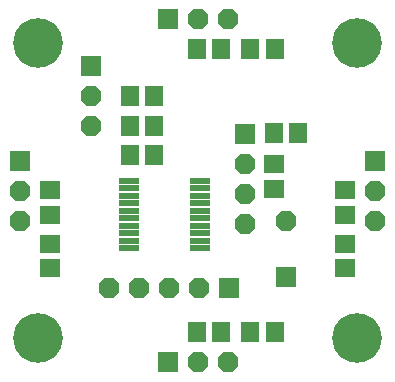
<source format=gts>
G75*
%MOIN*%
%OFA0B0*%
%FSLAX25Y25*%
%IPPOS*%
%LPD*%
%AMOC8*
5,1,8,0,0,1.08239X$1,22.5*
%
%ADD10C,0.16548*%
%ADD11R,0.06706X0.06312*%
%ADD12R,0.05906X0.05512*%
%ADD13R,0.06312X0.06706*%
%ADD14R,0.05512X0.05906*%
%ADD15R,0.06737X0.06737*%
%ADD16OC8,0.06737*%
%ADD17R,0.06706X0.02178*%
%ADD18R,0.05906X0.01378*%
D10*
X0016780Y0018748D03*
X0016780Y0117173D03*
X0123079Y0117173D03*
X0123079Y0018748D03*
D11*
X0119142Y0042272D03*
X0119142Y0050343D03*
X0119142Y0059988D03*
X0119142Y0068059D03*
X0095520Y0068650D03*
X0095520Y0076720D03*
X0020717Y0068059D03*
X0020717Y0059988D03*
X0020717Y0050343D03*
X0020717Y0042272D03*
D12*
X0020717Y0042272D03*
X0020717Y0050343D03*
X0020717Y0059988D03*
X0020717Y0068059D03*
X0095520Y0068650D03*
X0095520Y0076720D03*
X0119142Y0068059D03*
X0119142Y0059988D03*
X0119142Y0050343D03*
X0119142Y0042272D03*
D13*
X0095618Y0020717D03*
X0087547Y0020717D03*
X0077902Y0020717D03*
X0069831Y0020717D03*
X0055461Y0079772D03*
X0047390Y0079772D03*
X0047390Y0089614D03*
X0055461Y0089614D03*
X0055461Y0099457D03*
X0047390Y0099457D03*
X0069831Y0115205D03*
X0077902Y0115205D03*
X0087547Y0115205D03*
X0095618Y0115205D03*
X0095421Y0087252D03*
X0103492Y0087252D03*
D14*
X0103492Y0087252D03*
X0095421Y0087252D03*
X0095618Y0115205D03*
X0087547Y0115205D03*
X0077902Y0115205D03*
X0069831Y0115205D03*
X0055461Y0099457D03*
X0047390Y0099457D03*
X0047390Y0089614D03*
X0055461Y0089614D03*
X0055461Y0079772D03*
X0047390Y0079772D03*
X0069831Y0020717D03*
X0077902Y0020717D03*
X0087547Y0020717D03*
X0095618Y0020717D03*
D15*
X0080323Y0035638D03*
X0099417Y0039220D03*
X0059929Y0010874D03*
X0010874Y0077961D03*
X0034496Y0109457D03*
X0059929Y0125047D03*
X0085677Y0086898D03*
X0128984Y0077961D03*
D16*
X0128984Y0067961D03*
X0128984Y0057961D03*
X0099417Y0057803D03*
X0085677Y0056898D03*
X0085677Y0066898D03*
X0085677Y0076898D03*
X0070323Y0035638D03*
X0060323Y0035638D03*
X0050323Y0035638D03*
X0040323Y0035638D03*
X0069929Y0010874D03*
X0079929Y0010874D03*
X0010874Y0057961D03*
X0010874Y0067961D03*
X0034496Y0089457D03*
X0034496Y0099457D03*
X0069929Y0125047D03*
X0079929Y0125047D03*
D17*
X0070717Y0071337D03*
X0070717Y0068837D03*
X0070717Y0066337D03*
X0070717Y0063837D03*
X0070717Y0061337D03*
X0070717Y0058837D03*
X0070717Y0056337D03*
X0070717Y0053837D03*
X0070717Y0051337D03*
X0070717Y0048837D03*
X0047094Y0048837D03*
X0047094Y0051337D03*
X0047094Y0053837D03*
X0047094Y0056337D03*
X0047094Y0058837D03*
X0047094Y0061337D03*
X0047094Y0063837D03*
X0047094Y0066337D03*
X0047094Y0068837D03*
X0047094Y0071337D03*
D18*
X0047094Y0071337D03*
X0047094Y0068837D03*
X0047094Y0066337D03*
X0047094Y0063837D03*
X0047094Y0061337D03*
X0047094Y0058837D03*
X0047094Y0056337D03*
X0047094Y0053837D03*
X0047094Y0051337D03*
X0047094Y0048837D03*
X0070717Y0048837D03*
X0070717Y0051337D03*
X0070717Y0053837D03*
X0070717Y0056337D03*
X0070717Y0058837D03*
X0070717Y0061337D03*
X0070717Y0063837D03*
X0070717Y0066337D03*
X0070717Y0068837D03*
X0070717Y0071337D03*
M02*

</source>
